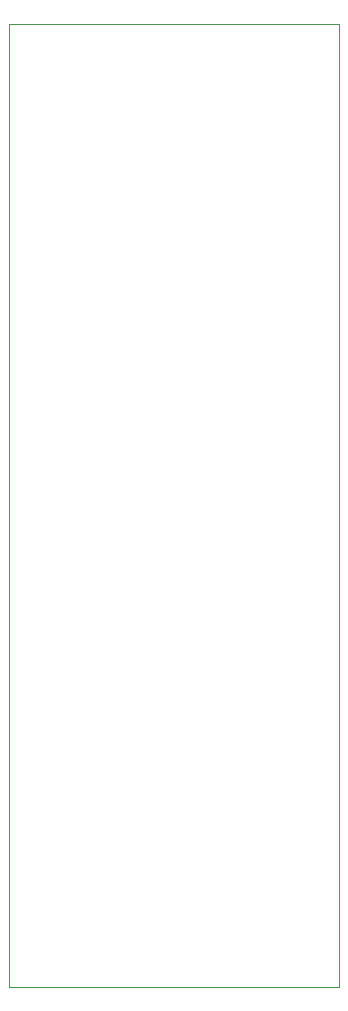
<source format=gm1>
%TF.GenerationSoftware,KiCad,Pcbnew,9.0.2*%
%TF.CreationDate,2025-07-06T23:36:38+02:00*%
%TF.ProjectId,wireless-nes-adapter,77697265-6c65-4737-932d-6e65732d6164,rev?*%
%TF.SameCoordinates,Original*%
%TF.FileFunction,Profile,NP*%
%FSLAX46Y46*%
G04 Gerber Fmt 4.6, Leading zero omitted, Abs format (unit mm)*
G04 Created by KiCad (PCBNEW 9.0.2) date 2025-07-06 23:36:38*
%MOMM*%
%LPD*%
G01*
G04 APERTURE LIST*
%TA.AperFunction,Profile*%
%ADD10C,0.050000*%
%TD*%
G04 APERTURE END LIST*
D10*
X100000000Y-131500000D02*
X100000000Y-50000000D01*
X128000000Y-131500000D02*
X100000000Y-131500000D01*
X128000000Y-50000000D02*
X128000000Y-131500000D01*
X100000000Y-50000000D02*
X128000000Y-50000000D01*
M02*

</source>
